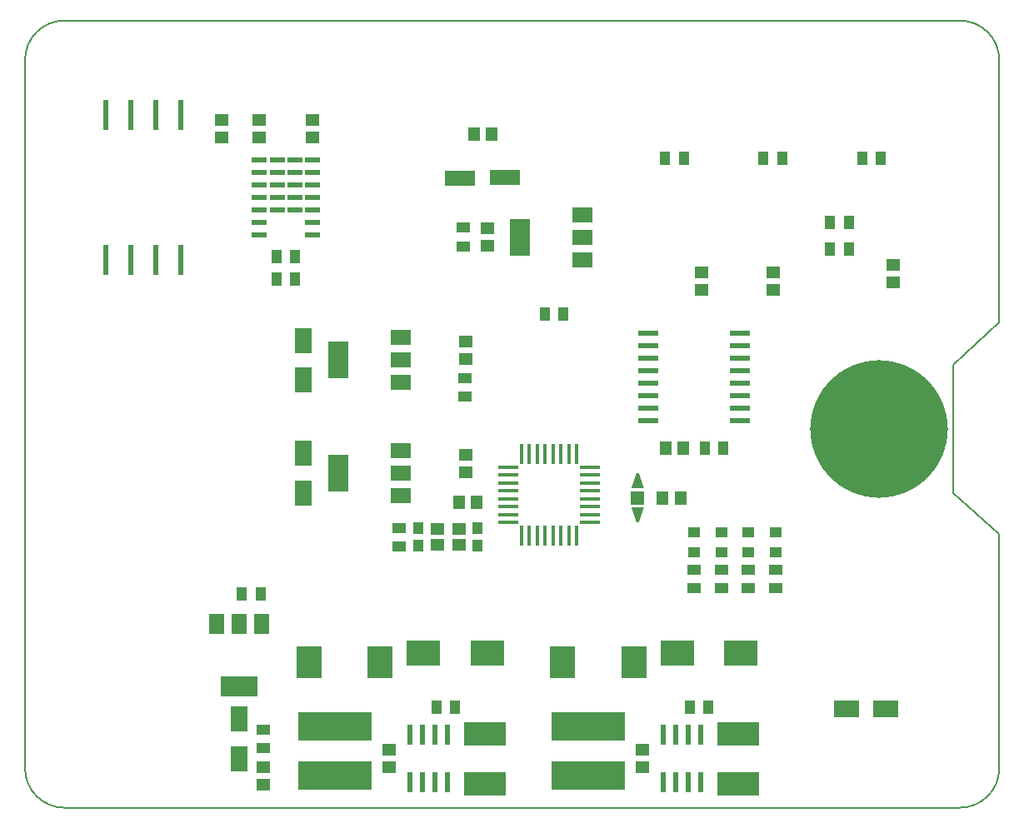
<source format=gtp>
G04 #@! TF.FileFunction,Paste,Top*
%FSLAX46Y46*%
G04 Gerber Fmt 4.6, Leading zero omitted, Abs format (unit mm)*
G04 Created by KiCad (PCBNEW 4.0.0-2.201511301921+6191~38~ubuntu15.10.1-stable) date Wed Dec  9 20:47:09 2015*
%MOMM*%
G01*
G04 APERTURE LIST*
%ADD10C,0.025400*%
%ADD11C,0.127000*%
%ADD12C,14.000000*%
%ADD13R,3.048000X1.625600*%
%ADD14R,1.700000X2.500000*%
%ADD15R,2.500000X1.700000*%
%ADD16R,1.270000X1.016000*%
%ADD17R,1.400000X1.400000*%
%ADD18R,2.032000X3.810000*%
%ADD19R,2.032000X1.524000*%
%ADD20R,3.810000X2.032000*%
%ADD21R,1.524000X2.032000*%
%ADD22R,1.998980X0.599440*%
%ADD23R,1.998980X0.449580*%
%ADD24R,0.449580X1.998980*%
%ADD25R,1.400000X1.200000*%
%ADD26R,1.000000X1.450000*%
%ADD27R,1.450000X1.000000*%
%ADD28R,1.100000X1.150000*%
%ADD29R,2.600000X3.200000*%
%ADD30R,0.609600X2.032000*%
%ADD31R,1.450000X1.150000*%
%ADD32R,1.150000X1.450000*%
%ADD33R,4.300000X2.400000*%
%ADD34R,3.500000X2.500000*%
%ADD35R,7.500000X3.000000*%
%ADD36R,0.609600X3.048000*%
%ADD37R,1.549400X0.596900*%
G04 APERTURE END LIST*
D10*
D11*
X4000000Y0D02*
X95000000Y0D01*
X99000000Y49300000D02*
X94300000Y45000000D01*
X99000000Y76000000D02*
X99000000Y49300000D01*
X94300000Y38500000D02*
X94300000Y45000000D01*
X94300000Y32000000D02*
X94300000Y38500000D01*
X99000000Y27800000D02*
X94300000Y32000000D01*
X99000000Y4000000D02*
X99000000Y27800000D01*
X0Y76000000D02*
X0Y4000000D01*
X95000000Y80000000D02*
X4000000Y80000000D01*
X99000000Y76000000D02*
G75*
G03X95000000Y80000000I-4000000J0D01*
G01*
X95000000Y0D02*
G75*
G03X99000000Y4000000I0J4000000D01*
G01*
X0Y4000000D02*
G75*
G03X4000000Y0I4000000J0D01*
G01*
X4000000Y80000000D02*
G75*
G03X0Y76000000I0J-4000000D01*
G01*
D12*
X86750000Y38500000D03*
D13*
X44214000Y64000000D03*
X48786000Y64063500D03*
D14*
X28250000Y47500000D03*
X28250000Y43500000D03*
X21750000Y5000000D03*
X21750000Y9000000D03*
D15*
X83500000Y10000000D03*
X87500000Y10000000D03*
D16*
X73500000Y25984000D03*
X73500000Y28016000D03*
X70750000Y25984000D03*
X70750000Y28016000D03*
X68000000Y25984000D03*
X68000000Y28016000D03*
X76250000Y25984000D03*
X76250000Y28016000D03*
D14*
X28250000Y36000000D03*
X28250000Y32000000D03*
D10*
G36*
X62123000Y33976500D02*
X62377000Y33976500D01*
X62885000Y32452500D01*
X61615000Y32452500D01*
X62123000Y33976500D01*
X62123000Y33976500D01*
G37*
G36*
X61615000Y30547500D02*
X62885000Y30547500D01*
X62377000Y29023500D01*
X62123000Y29023500D01*
X61615000Y30547500D01*
X61615000Y30547500D01*
G37*
D17*
X62250000Y31500000D03*
D18*
X31825000Y45500000D03*
D19*
X38175000Y45500000D03*
X38175000Y47786000D03*
X38175000Y43214000D03*
D18*
X50325000Y58000000D03*
D19*
X56675000Y58000000D03*
X56675000Y60286000D03*
X56675000Y55714000D03*
D18*
X31825000Y34000000D03*
D19*
X38175000Y34000000D03*
X38175000Y36286000D03*
X38175000Y31714000D03*
D20*
X21750000Y12325000D03*
D21*
X21750000Y18675000D03*
X19464000Y18675000D03*
X24036000Y18675000D03*
D22*
X72650740Y39305000D03*
X72650740Y40575000D03*
X72650740Y41845000D03*
X72650740Y43115000D03*
X72650740Y44385000D03*
X72650740Y45655000D03*
X72650740Y46925000D03*
X72650740Y48195000D03*
X63349260Y48195000D03*
X63349260Y46925000D03*
X63349260Y45655000D03*
X63349260Y44385000D03*
X63349260Y43115000D03*
X63349260Y41845000D03*
X63349260Y40575000D03*
X63349260Y39305000D03*
D23*
X49099640Y29000920D03*
X49099640Y29801020D03*
X49099640Y30601120D03*
X49099640Y31401220D03*
X49099640Y32198780D03*
X49099640Y32998880D03*
X49099640Y33798980D03*
X49099640Y34599080D03*
X57400360Y34599080D03*
X57400360Y29000920D03*
X57400360Y29801020D03*
X57400360Y30601120D03*
X57400360Y31401220D03*
X57400360Y32198780D03*
X57400360Y32998880D03*
X57400360Y33798980D03*
D24*
X50450920Y35950360D03*
X51251020Y35950360D03*
X52051120Y35950360D03*
X52851220Y35950360D03*
X53648780Y35950360D03*
X54448880Y35950360D03*
X55248980Y35950360D03*
X56049080Y35950360D03*
X50450920Y27649640D03*
X51251020Y27649640D03*
X52051120Y27649640D03*
X52851220Y27649640D03*
X53648780Y27649640D03*
X54448880Y27649640D03*
X55248980Y27649640D03*
X56049080Y27649640D03*
D25*
X44100000Y28300000D03*
X41900000Y26700000D03*
X44100000Y26700000D03*
X41900000Y28300000D03*
D26*
X76950000Y66000000D03*
X75050000Y66000000D03*
X86950000Y66000000D03*
X85050000Y66000000D03*
D27*
X76250000Y22300000D03*
X76250000Y24200000D03*
D26*
X70950000Y36500000D03*
X69050000Y36500000D03*
D27*
X68000000Y22300000D03*
X68000000Y24200000D03*
X70750000Y22300000D03*
X70750000Y24200000D03*
X73500000Y22300000D03*
X73500000Y24200000D03*
X24250000Y6050000D03*
X24250000Y7950000D03*
X44500000Y58950000D03*
X44500000Y57050000D03*
D26*
X25550000Y56000000D03*
X27450000Y56000000D03*
X83700000Y56750000D03*
X81800000Y56750000D03*
X83700000Y59500000D03*
X81800000Y59500000D03*
X66950000Y66000000D03*
X65050000Y66000000D03*
D28*
X40000000Y26600000D03*
X40000000Y28400000D03*
X46000000Y28400000D03*
X46000000Y26600000D03*
D26*
X69450000Y10250000D03*
X67550000Y10250000D03*
X43700000Y10250000D03*
X41800000Y10250000D03*
D29*
X28900000Y14750000D03*
X36100000Y14750000D03*
X54650000Y14750000D03*
X61850000Y14750000D03*
D30*
X39095000Y7413000D03*
X39095000Y2587000D03*
X40365000Y7413000D03*
X41635000Y7413000D03*
X42905000Y7413000D03*
X40365000Y2587000D03*
X41635000Y2587000D03*
X42905000Y2587000D03*
X64845000Y7413000D03*
X64845000Y2587000D03*
X66115000Y7413000D03*
X67385000Y7413000D03*
X68655000Y7413000D03*
X66115000Y2587000D03*
X67385000Y2587000D03*
X68655000Y2587000D03*
D31*
X37000000Y5900000D03*
X37000000Y4100000D03*
X62750000Y5900000D03*
X62750000Y4100000D03*
D32*
X64800000Y31500000D03*
X66600000Y31500000D03*
D31*
X88250000Y55150000D03*
X88250000Y53350000D03*
X29250000Y68100000D03*
X29250000Y69900000D03*
X23750000Y68100000D03*
X23750000Y69900000D03*
X76000000Y54400000D03*
X76000000Y52600000D03*
X20000000Y68100000D03*
X20000000Y69900000D03*
X68750000Y54400000D03*
X68750000Y52600000D03*
X44750000Y45600000D03*
X44750000Y47400000D03*
X24250000Y4150000D03*
X24250000Y2350000D03*
D32*
X45600000Y68500000D03*
X47400000Y68500000D03*
X66900000Y36500000D03*
X65100000Y36500000D03*
X45900000Y31000000D03*
X44100000Y31000000D03*
D31*
X47000000Y57100000D03*
X47000000Y58900000D03*
X44750000Y34100000D03*
X44750000Y35900000D03*
D33*
X46750000Y2460000D03*
X46750000Y7540000D03*
X72500000Y2460000D03*
X72500000Y7540000D03*
D34*
X40500000Y15750000D03*
X47000000Y15750000D03*
X66250000Y15750000D03*
X72750000Y15750000D03*
D35*
X31500000Y8250000D03*
X31500000Y3250000D03*
X57250000Y8250000D03*
X57250000Y3250000D03*
D36*
X15810000Y70366000D03*
X13270000Y70366000D03*
X10730000Y70366000D03*
X8190000Y70366000D03*
X8190000Y55634000D03*
X10730000Y55634000D03*
X13270000Y55634000D03*
X15810000Y55634000D03*
D37*
X23807600Y60730000D03*
X23807600Y59460000D03*
X23807600Y58190000D03*
X29192400Y60730000D03*
X23807600Y64540000D03*
X23807600Y63270000D03*
X23807600Y62000000D03*
X29192400Y63270000D03*
X29192400Y64540000D03*
X29192400Y65810000D03*
X29192400Y59460000D03*
X23807600Y65810000D03*
X29192400Y58190000D03*
X29192400Y62000000D03*
X25611000Y65810000D03*
X25611000Y64540000D03*
X25611000Y63270000D03*
X25611000Y62000000D03*
X25611000Y60730000D03*
X27389000Y60730000D03*
X27389000Y62000000D03*
X27389000Y63270000D03*
X27389000Y64540000D03*
X27389000Y65810000D03*
D26*
X25550000Y53700000D03*
X27450000Y53700000D03*
D27*
X44700000Y41750000D03*
X44700000Y43650000D03*
X38000000Y26550000D03*
X38000000Y28450000D03*
D26*
X22050000Y21700000D03*
X23950000Y21700000D03*
X52800000Y50200000D03*
X54700000Y50200000D03*
M02*

</source>
